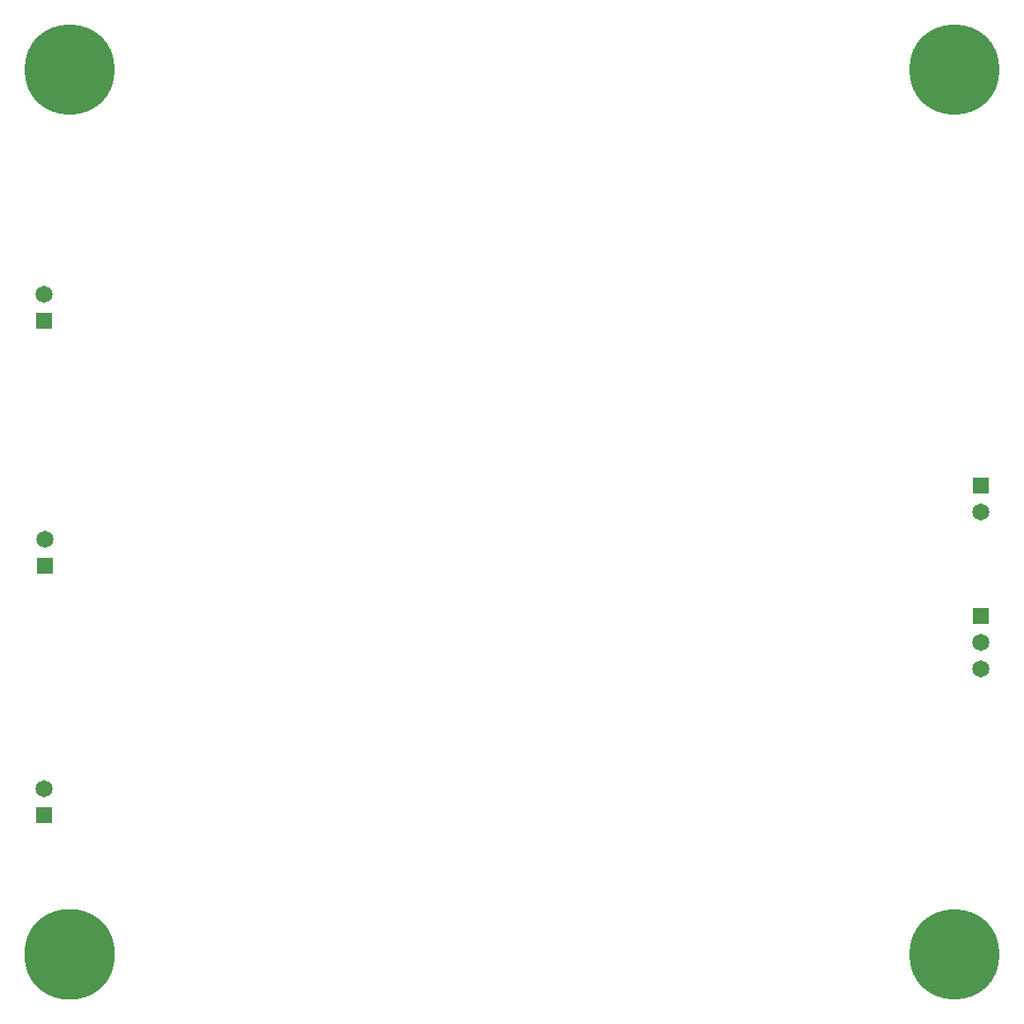
<source format=gbs>
G04*
G04 #@! TF.GenerationSoftware,Altium Limited,Altium Designer,21.0.9 (235)*
G04*
G04 Layer_Color=16711935*
%FSLAX25Y25*%
%MOIN*%
G70*
G04*
G04 #@! TF.SameCoordinates,D8BD6BA4-3444-481E-B6E4-69F3699672C9*
G04*
G04*
G04 #@! TF.FilePolarity,Negative*
G04*
G01*
G75*
%ADD26C,0.34055*%
%ADD27C,0.34265*%
%ADD28C,0.06496*%
%ADD29R,0.06496X0.06496*%
D26*
X482283Y442913D02*
D03*
X147638D02*
D03*
X482283Y108268D02*
D03*
D27*
X147638D02*
D03*
D28*
X137795Y171024D02*
D03*
X492126Y275433D02*
D03*
X138189Y265354D02*
D03*
X137795Y357874D02*
D03*
X492126Y216378D02*
D03*
Y226378D02*
D03*
D29*
X137795Y161024D02*
D03*
X492126Y285433D02*
D03*
X138189Y255354D02*
D03*
X137795Y347874D02*
D03*
X492126Y236378D02*
D03*
M02*

</source>
